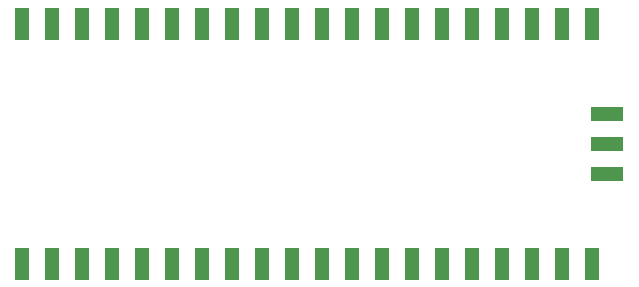
<source format=gtp>
G04 #@! TF.GenerationSoftware,KiCad,Pcbnew,(7.0.0)*
G04 #@! TF.CreationDate,2023-02-19T17:41:55+09:00*
G04 #@! TF.ProjectId,RPiPico_SimpleBoard,52506950-6963-46f5-9f53-696d706c6542,rev?*
G04 #@! TF.SameCoordinates,PX1496ff0PY1496ff0*
G04 #@! TF.FileFunction,Paste,Top*
G04 #@! TF.FilePolarity,Positive*
%FSLAX46Y46*%
G04 Gerber Fmt 4.6, Leading zero omitted, Abs format (unit mm)*
G04 Created by KiCad (PCBNEW (7.0.0)) date 2023-02-19 17:41:55*
%MOMM*%
%LPD*%
G01*
G04 APERTURE LIST*
%ADD10R,1.200000X2.800000*%
%ADD11R,2.800000X1.200000*%
G04 APERTURE END LIST*
D10*
G04 #@! TO.C,U1*
X-24129999Y-10159999D03*
X-21589999Y-10159999D03*
X-19049999Y-10159999D03*
X-16509999Y-10159999D03*
X-13969999Y-10159999D03*
X-11429999Y-10159999D03*
X-8889999Y-10159999D03*
X-6349999Y-10159999D03*
X-3809999Y-10159999D03*
X-1269999Y-10159999D03*
X1269999Y-10159999D03*
X3809999Y-10159999D03*
X6349999Y-10159999D03*
X8889999Y-10159999D03*
X11429999Y-10159999D03*
X13969999Y-10159999D03*
X16509999Y-10159999D03*
X19049999Y-10159999D03*
X21589999Y-10159999D03*
X24129999Y-10159999D03*
X24129999Y10159999D03*
X21589999Y10159999D03*
X19049999Y10159999D03*
X16509999Y10159999D03*
X13969999Y10159999D03*
X11429999Y10159999D03*
X8889999Y10159999D03*
X6349999Y10159999D03*
X3809999Y10159999D03*
X1269999Y10159999D03*
X-1269999Y10159999D03*
X-3809999Y10159999D03*
X-6349999Y10159999D03*
X-8889999Y10159999D03*
X-11429999Y10159999D03*
X-13969999Y10159999D03*
X-16509999Y10159999D03*
X-19049999Y10159999D03*
X-21589999Y10159999D03*
X-24129999Y10159999D03*
D11*
X25399999Y-2539999D03*
X25399999Y0D03*
X25399999Y2539999D03*
G04 #@! TD*
M02*

</source>
